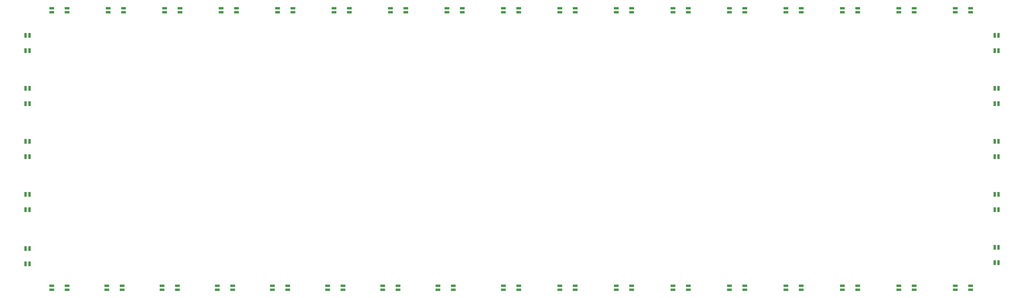
<source format=gtp>
G04*
G04 #@! TF.GenerationSoftware,Altium Limited,Altium Designer,21.2.2 (38)*
G04*
G04 Layer_Color=8421504*
%FSLAX25Y25*%
%MOIN*%
G70*
G04*
G04 #@! TF.SameCoordinates,C6766A44-A902-4565-B12D-BAEFB9249641*
G04*
G04*
G04 #@! TF.FilePolarity,Positive*
G04*
G01*
G75*
%ADD12R,0.03228X0.07087*%
%ADD13R,0.07087X0.03228*%
D12*
X1379744Y350305D02*
D03*
X1385256D02*
D03*
X1379744Y371958D02*
D03*
X1385256D02*
D03*
X1379744Y275299D02*
D03*
X1385256D02*
D03*
X1379744Y296953D02*
D03*
X1385256D02*
D03*
X1379744Y200299D02*
D03*
X1385256D02*
D03*
X1379744Y221953D02*
D03*
X1385256D02*
D03*
X1379744Y125299D02*
D03*
X1385256D02*
D03*
X1379744Y146953D02*
D03*
X1385256D02*
D03*
X1379744Y50299D02*
D03*
X1385256D02*
D03*
X1379744Y71953D02*
D03*
X1385256D02*
D03*
X17756Y70227D02*
D03*
X12244D02*
D03*
X17756Y48573D02*
D03*
X12244D02*
D03*
X17756Y146953D02*
D03*
X12244D02*
D03*
X17756Y125299D02*
D03*
X12244D02*
D03*
X17756Y221953D02*
D03*
X12244D02*
D03*
X17756Y200299D02*
D03*
X12244D02*
D03*
X17756Y296953D02*
D03*
X12244D02*
D03*
X17756Y275299D02*
D03*
X12244D02*
D03*
X17756Y371958D02*
D03*
X12244D02*
D03*
X17756Y350305D02*
D03*
X12244D02*
D03*
D13*
X1324173Y17456D02*
D03*
Y11944D02*
D03*
X1345827Y17456D02*
D03*
Y11944D02*
D03*
X1244486Y17456D02*
D03*
Y11944D02*
D03*
X1266139Y17456D02*
D03*
Y11944D02*
D03*
X1164798Y17456D02*
D03*
Y11944D02*
D03*
X1186452Y17456D02*
D03*
Y11944D02*
D03*
X1085111Y17456D02*
D03*
Y11944D02*
D03*
X1106764Y17456D02*
D03*
Y11944D02*
D03*
X1005423Y17456D02*
D03*
Y11944D02*
D03*
X1027077Y17456D02*
D03*
Y11944D02*
D03*
X925736Y17456D02*
D03*
Y11944D02*
D03*
X947389Y17456D02*
D03*
Y11944D02*
D03*
X846048Y17456D02*
D03*
Y11944D02*
D03*
X867702Y17456D02*
D03*
Y11944D02*
D03*
X766361Y17456D02*
D03*
Y11944D02*
D03*
X788014Y17456D02*
D03*
Y11944D02*
D03*
X686673Y17456D02*
D03*
Y11944D02*
D03*
X708327Y17456D02*
D03*
Y11944D02*
D03*
X594173Y17456D02*
D03*
Y11944D02*
D03*
X615827Y17456D02*
D03*
Y11944D02*
D03*
X516316Y17456D02*
D03*
Y11944D02*
D03*
X537970Y17456D02*
D03*
Y11944D02*
D03*
X438459Y17456D02*
D03*
Y11944D02*
D03*
X460112Y17456D02*
D03*
Y11944D02*
D03*
X360602Y17456D02*
D03*
Y11944D02*
D03*
X382255Y17456D02*
D03*
Y11944D02*
D03*
X282745Y17456D02*
D03*
Y11944D02*
D03*
X304398Y17456D02*
D03*
Y11944D02*
D03*
X204887Y17456D02*
D03*
Y11944D02*
D03*
X226541Y17456D02*
D03*
Y11944D02*
D03*
X127030Y17456D02*
D03*
Y11944D02*
D03*
X148684Y17456D02*
D03*
Y11944D02*
D03*
X49173Y17456D02*
D03*
Y11944D02*
D03*
X70827Y17456D02*
D03*
Y11944D02*
D03*
Y404744D02*
D03*
Y410256D02*
D03*
X49173Y404744D02*
D03*
Y410256D02*
D03*
X150514Y404744D02*
D03*
Y410256D02*
D03*
X128861Y404744D02*
D03*
Y410256D02*
D03*
X230202Y404744D02*
D03*
Y410256D02*
D03*
X208548Y404744D02*
D03*
Y410256D02*
D03*
X309889Y404744D02*
D03*
Y410256D02*
D03*
X288236Y404744D02*
D03*
Y410256D02*
D03*
X389577Y404744D02*
D03*
Y410256D02*
D03*
X367923Y404744D02*
D03*
Y410256D02*
D03*
X469264Y404744D02*
D03*
Y410256D02*
D03*
X447611Y404744D02*
D03*
Y410256D02*
D03*
X548952Y404744D02*
D03*
Y410256D02*
D03*
X527298Y404744D02*
D03*
Y410256D02*
D03*
X628639Y404744D02*
D03*
Y410256D02*
D03*
X606986Y404744D02*
D03*
Y410256D02*
D03*
X708327Y404744D02*
D03*
Y410256D02*
D03*
X686673Y404744D02*
D03*
Y410256D02*
D03*
X788014Y404744D02*
D03*
Y410256D02*
D03*
X766361Y404744D02*
D03*
Y410256D02*
D03*
X867702Y404744D02*
D03*
Y410256D02*
D03*
X846048Y404744D02*
D03*
Y410256D02*
D03*
X947389Y404744D02*
D03*
Y410256D02*
D03*
X925736Y404744D02*
D03*
Y410256D02*
D03*
X1027077Y404744D02*
D03*
Y410256D02*
D03*
X1005423Y404744D02*
D03*
Y410256D02*
D03*
X1106764Y404744D02*
D03*
Y410256D02*
D03*
X1085111Y404744D02*
D03*
Y410256D02*
D03*
X1186452Y404744D02*
D03*
Y410256D02*
D03*
X1164798Y404744D02*
D03*
Y410256D02*
D03*
X1266139Y404744D02*
D03*
Y410256D02*
D03*
X1244486Y404744D02*
D03*
Y410256D02*
D03*
X1345827Y404744D02*
D03*
Y410256D02*
D03*
X1324173Y404744D02*
D03*
Y410256D02*
D03*
M02*

</source>
